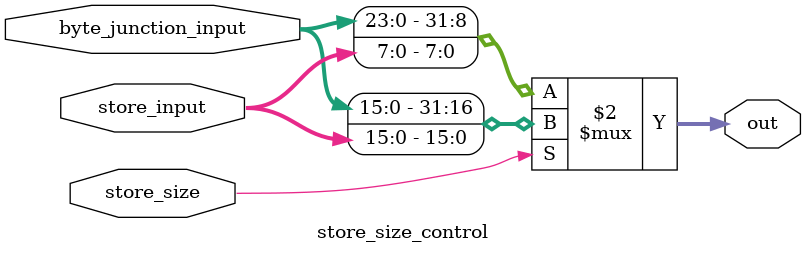
<source format=v>
module store_size_control(
  input wire store_size, // fio azul
  input wire [31:0] store_input, // vem de B
  input wire [23:0] byte_junction_input, // vem do load_size_control
  output wire [31:0] out // vai pra memoria
);

  assign out = (store_size == 0) ? {{byte_junction_input}, {store_input[7:0]}} :
               {{byte_junction_input[15:0]}, store_input[15:0]};

endmodule

</source>
